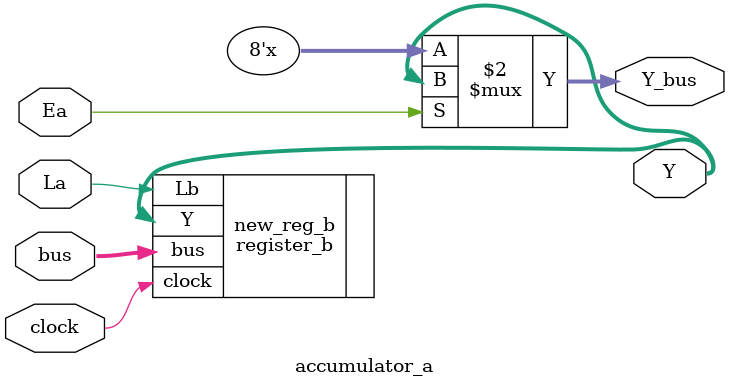
<source format=v>
module accumulator_a (input [7:0] bus, input La, Ea, clock, output [7:0] Y, Y_bus);

/*
Legenda
La -> Permite pegar os valores do bus (LOW) ou nao (HIGH)
Ea -> Permite liberar os valores do acumulador para o barramento (HIGH) ou alta impedancia (LOW)
*/
register_b new_reg_b(.bus(bus), .Lb(La), .clock(clock), .Y(Y));

assign Y_bus = Ea == 0 ? 8'bz: Y;


endmodule 
</source>
